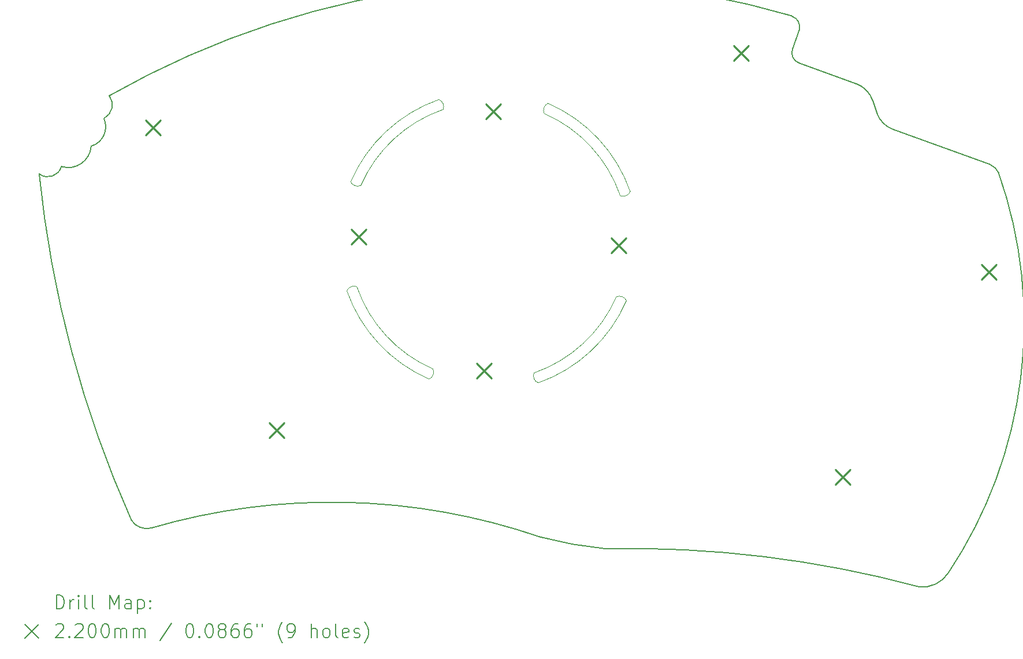
<source format=gbr>
%TF.GenerationSoftware,KiCad,Pcbnew,7.0.10*%
%TF.CreationDate,2024-03-18T13:49:35+01:00*%
%TF.ProjectId,chew_v1_backplate,63686577-5f76-4315-9f62-61636b706c61,rev?*%
%TF.SameCoordinates,Original*%
%TF.FileFunction,Drillmap*%
%TF.FilePolarity,Positive*%
%FSLAX45Y45*%
G04 Gerber Fmt 4.5, Leading zero omitted, Abs format (unit mm)*
G04 Created by KiCad (PCBNEW 7.0.10) date 2024-03-18 13:49:35*
%MOMM*%
%LPD*%
G01*
G04 APERTURE LIST*
%ADD10C,0.150000*%
%ADD11C,0.100000*%
%ADD12C,0.200000*%
%ADD13C,0.220000*%
G04 APERTURE END LIST*
D10*
X15504899Y-5923027D02*
G75*
G03*
X15397723Y-5726483I-154899J43027D01*
G01*
X5312275Y-7224654D02*
G75*
G03*
X5391575Y-6890467I-101551J200599D01*
G01*
X15504899Y-5923027D02*
X15404419Y-6209034D01*
X16581185Y-6963555D02*
X16638827Y-7136482D01*
X15404423Y-6209036D02*
G75*
G03*
X15500000Y-6410000I152307J-50774D01*
G01*
X4689725Y-7928054D02*
G75*
G03*
X5126176Y-7630017I100551J321343D01*
G01*
X17692528Y-13880975D02*
G75*
G03*
X18424349Y-8016206I-5506868J3665205D01*
G01*
X11706613Y-13359052D02*
G75*
G03*
X6004060Y-13228168I-3057297J-8910715D01*
G01*
X17263988Y-14090045D02*
G75*
G03*
X17692528Y-13880974I46902J447595D01*
G01*
X16881840Y-7385994D02*
X18307144Y-7903273D01*
X15500000Y-6410000D02*
X16338113Y-6714021D01*
X4364238Y-8036680D02*
G75*
G03*
X5717199Y-13115305I16449203J1662587D01*
G01*
X17263988Y-14090045D02*
G75*
G03*
X12656596Y-13530443I-4263988J-15859955D01*
G01*
X5717199Y-13115305D02*
G75*
G03*
X6004060Y-13228167I222801J145305D01*
G01*
X11706613Y-13359052D02*
G75*
G03*
X12656596Y-13530443I1493387J5559062D01*
G01*
X15399377Y-5720824D02*
G75*
G03*
X5391575Y-6890467I-3623836J-12393055D01*
G01*
X4364238Y-8036680D02*
G75*
G03*
X4689725Y-7928055I126015J164366D01*
G01*
X5126176Y-7630017D02*
G75*
G03*
X5313209Y-7226499I-83294J283712D01*
G01*
X16638826Y-7136482D02*
G75*
G03*
X16881840Y-7385994I379474J126493D01*
G01*
X16581186Y-6963555D02*
G75*
G03*
X16338113Y-6714021I-379476J-126495D01*
G01*
X18424349Y-8016206D02*
G75*
G03*
X18307144Y-7903273I-204349J-94794D01*
G01*
D11*
X10222515Y-6946490D02*
G75*
G03*
X8929652Y-8152104I727969J-2076671D01*
G01*
X9019537Y-9689453D02*
G75*
G03*
X8873813Y-9751129I-42024J-103700D01*
G01*
X8929652Y-8152104D02*
G75*
G03*
X9077816Y-8207308I101684J46479D01*
G01*
X10284191Y-7092214D02*
G75*
G03*
X9077816Y-8207308I666292J-1930946D01*
G01*
X10284191Y-7092214D02*
G75*
G03*
X10222515Y-6946490I-103700J42024D01*
G01*
X8873813Y-9751129D02*
G75*
G03*
X10079427Y-11043992I2076671J727969D01*
G01*
X10079427Y-11043992D02*
G75*
G03*
X10134631Y-10895828I-46479J101684D01*
G01*
X9019537Y-9689453D02*
G75*
G03*
X10134631Y-10895828I1930946J666292D01*
G01*
X12881430Y-8356868D02*
G75*
G03*
X11766336Y-7150493I-1930946J-666293D01*
G01*
X11821540Y-7002329D02*
G75*
G03*
X11766336Y-7150493I46480J-101684D01*
G01*
X13027154Y-8295192D02*
G75*
G03*
X11821540Y-7002329I-2076671J-727969D01*
G01*
X11616781Y-10954109D02*
G75*
G03*
X11678452Y-11099831I103696J-42026D01*
G01*
X11616776Y-10954107D02*
G75*
G03*
X12823151Y-9839013I-666292J1930946D01*
G01*
X12971315Y-9894217D02*
G75*
G03*
X12823151Y-9839013I-101684J-46480D01*
G01*
X12881432Y-8356863D02*
G75*
G03*
X13027154Y-8295192I42026J103696D01*
G01*
X11678452Y-11099831D02*
G75*
G03*
X12971315Y-9894217I-727969J2076671D01*
G01*
D12*
D13*
X5922000Y-7252000D02*
X6142000Y-7472000D01*
X6142000Y-7252000D02*
X5922000Y-7472000D01*
X7736000Y-11683000D02*
X7956000Y-11903000D01*
X7956000Y-11683000D02*
X7736000Y-11903000D01*
X8936644Y-8846677D02*
X9156644Y-9066677D01*
X9156644Y-8846677D02*
X8936644Y-9066677D01*
X10774000Y-10817000D02*
X10994000Y-11037000D01*
X10994000Y-10817000D02*
X10774000Y-11037000D01*
X10906967Y-7009321D02*
X11126967Y-7229321D01*
X11126967Y-7009321D02*
X10906967Y-7229321D01*
X12744323Y-8979644D02*
X12964323Y-9199644D01*
X12964323Y-8979644D02*
X12744323Y-9199644D01*
X14540000Y-6160000D02*
X14760000Y-6380000D01*
X14760000Y-6160000D02*
X14540000Y-6380000D01*
X16034000Y-12371000D02*
X16254000Y-12591000D01*
X16254000Y-12371000D02*
X16034000Y-12591000D01*
X18172000Y-9369000D02*
X18392000Y-9589000D01*
X18392000Y-9369000D02*
X18172000Y-9589000D01*
D12*
X4617515Y-14411480D02*
X4617515Y-14211480D01*
X4617515Y-14211480D02*
X4665134Y-14211480D01*
X4665134Y-14211480D02*
X4693705Y-14221004D01*
X4693705Y-14221004D02*
X4712753Y-14240051D01*
X4712753Y-14240051D02*
X4722277Y-14259099D01*
X4722277Y-14259099D02*
X4731800Y-14297194D01*
X4731800Y-14297194D02*
X4731800Y-14325765D01*
X4731800Y-14325765D02*
X4722277Y-14363861D01*
X4722277Y-14363861D02*
X4712753Y-14382908D01*
X4712753Y-14382908D02*
X4693705Y-14401956D01*
X4693705Y-14401956D02*
X4665134Y-14411480D01*
X4665134Y-14411480D02*
X4617515Y-14411480D01*
X4817515Y-14411480D02*
X4817515Y-14278146D01*
X4817515Y-14316242D02*
X4827039Y-14297194D01*
X4827039Y-14297194D02*
X4836562Y-14287670D01*
X4836562Y-14287670D02*
X4855610Y-14278146D01*
X4855610Y-14278146D02*
X4874658Y-14278146D01*
X4941324Y-14411480D02*
X4941324Y-14278146D01*
X4941324Y-14211480D02*
X4931800Y-14221004D01*
X4931800Y-14221004D02*
X4941324Y-14230527D01*
X4941324Y-14230527D02*
X4950848Y-14221004D01*
X4950848Y-14221004D02*
X4941324Y-14211480D01*
X4941324Y-14211480D02*
X4941324Y-14230527D01*
X5065134Y-14411480D02*
X5046086Y-14401956D01*
X5046086Y-14401956D02*
X5036562Y-14382908D01*
X5036562Y-14382908D02*
X5036562Y-14211480D01*
X5169896Y-14411480D02*
X5150848Y-14401956D01*
X5150848Y-14401956D02*
X5141324Y-14382908D01*
X5141324Y-14382908D02*
X5141324Y-14211480D01*
X5398467Y-14411480D02*
X5398467Y-14211480D01*
X5398467Y-14211480D02*
X5465134Y-14354337D01*
X5465134Y-14354337D02*
X5531800Y-14211480D01*
X5531800Y-14211480D02*
X5531800Y-14411480D01*
X5712753Y-14411480D02*
X5712753Y-14306718D01*
X5712753Y-14306718D02*
X5703229Y-14287670D01*
X5703229Y-14287670D02*
X5684181Y-14278146D01*
X5684181Y-14278146D02*
X5646086Y-14278146D01*
X5646086Y-14278146D02*
X5627038Y-14287670D01*
X5712753Y-14401956D02*
X5693705Y-14411480D01*
X5693705Y-14411480D02*
X5646086Y-14411480D01*
X5646086Y-14411480D02*
X5627038Y-14401956D01*
X5627038Y-14401956D02*
X5617515Y-14382908D01*
X5617515Y-14382908D02*
X5617515Y-14363861D01*
X5617515Y-14363861D02*
X5627038Y-14344813D01*
X5627038Y-14344813D02*
X5646086Y-14335289D01*
X5646086Y-14335289D02*
X5693705Y-14335289D01*
X5693705Y-14335289D02*
X5712753Y-14325765D01*
X5807991Y-14278146D02*
X5807991Y-14478146D01*
X5807991Y-14287670D02*
X5827038Y-14278146D01*
X5827038Y-14278146D02*
X5865134Y-14278146D01*
X5865134Y-14278146D02*
X5884181Y-14287670D01*
X5884181Y-14287670D02*
X5893705Y-14297194D01*
X5893705Y-14297194D02*
X5903229Y-14316242D01*
X5903229Y-14316242D02*
X5903229Y-14373384D01*
X5903229Y-14373384D02*
X5893705Y-14392432D01*
X5893705Y-14392432D02*
X5884181Y-14401956D01*
X5884181Y-14401956D02*
X5865134Y-14411480D01*
X5865134Y-14411480D02*
X5827038Y-14411480D01*
X5827038Y-14411480D02*
X5807991Y-14401956D01*
X5988943Y-14392432D02*
X5998467Y-14401956D01*
X5998467Y-14401956D02*
X5988943Y-14411480D01*
X5988943Y-14411480D02*
X5979419Y-14401956D01*
X5979419Y-14401956D02*
X5988943Y-14392432D01*
X5988943Y-14392432D02*
X5988943Y-14411480D01*
X5988943Y-14287670D02*
X5998467Y-14297194D01*
X5998467Y-14297194D02*
X5988943Y-14306718D01*
X5988943Y-14306718D02*
X5979419Y-14297194D01*
X5979419Y-14297194D02*
X5988943Y-14287670D01*
X5988943Y-14287670D02*
X5988943Y-14306718D01*
X4156738Y-14639996D02*
X4356738Y-14839996D01*
X4356738Y-14639996D02*
X4156738Y-14839996D01*
X4607991Y-14650527D02*
X4617515Y-14641004D01*
X4617515Y-14641004D02*
X4636562Y-14631480D01*
X4636562Y-14631480D02*
X4684181Y-14631480D01*
X4684181Y-14631480D02*
X4703229Y-14641004D01*
X4703229Y-14641004D02*
X4712753Y-14650527D01*
X4712753Y-14650527D02*
X4722277Y-14669575D01*
X4722277Y-14669575D02*
X4722277Y-14688623D01*
X4722277Y-14688623D02*
X4712753Y-14717194D01*
X4712753Y-14717194D02*
X4598467Y-14831480D01*
X4598467Y-14831480D02*
X4722277Y-14831480D01*
X4807991Y-14812432D02*
X4817515Y-14821956D01*
X4817515Y-14821956D02*
X4807991Y-14831480D01*
X4807991Y-14831480D02*
X4798467Y-14821956D01*
X4798467Y-14821956D02*
X4807991Y-14812432D01*
X4807991Y-14812432D02*
X4807991Y-14831480D01*
X4893705Y-14650527D02*
X4903229Y-14641004D01*
X4903229Y-14641004D02*
X4922277Y-14631480D01*
X4922277Y-14631480D02*
X4969896Y-14631480D01*
X4969896Y-14631480D02*
X4988943Y-14641004D01*
X4988943Y-14641004D02*
X4998467Y-14650527D01*
X4998467Y-14650527D02*
X5007991Y-14669575D01*
X5007991Y-14669575D02*
X5007991Y-14688623D01*
X5007991Y-14688623D02*
X4998467Y-14717194D01*
X4998467Y-14717194D02*
X4884181Y-14831480D01*
X4884181Y-14831480D02*
X5007991Y-14831480D01*
X5131800Y-14631480D02*
X5150848Y-14631480D01*
X5150848Y-14631480D02*
X5169896Y-14641004D01*
X5169896Y-14641004D02*
X5179420Y-14650527D01*
X5179420Y-14650527D02*
X5188943Y-14669575D01*
X5188943Y-14669575D02*
X5198467Y-14707670D01*
X5198467Y-14707670D02*
X5198467Y-14755289D01*
X5198467Y-14755289D02*
X5188943Y-14793384D01*
X5188943Y-14793384D02*
X5179420Y-14812432D01*
X5179420Y-14812432D02*
X5169896Y-14821956D01*
X5169896Y-14821956D02*
X5150848Y-14831480D01*
X5150848Y-14831480D02*
X5131800Y-14831480D01*
X5131800Y-14831480D02*
X5112753Y-14821956D01*
X5112753Y-14821956D02*
X5103229Y-14812432D01*
X5103229Y-14812432D02*
X5093705Y-14793384D01*
X5093705Y-14793384D02*
X5084181Y-14755289D01*
X5084181Y-14755289D02*
X5084181Y-14707670D01*
X5084181Y-14707670D02*
X5093705Y-14669575D01*
X5093705Y-14669575D02*
X5103229Y-14650527D01*
X5103229Y-14650527D02*
X5112753Y-14641004D01*
X5112753Y-14641004D02*
X5131800Y-14631480D01*
X5322277Y-14631480D02*
X5341324Y-14631480D01*
X5341324Y-14631480D02*
X5360372Y-14641004D01*
X5360372Y-14641004D02*
X5369896Y-14650527D01*
X5369896Y-14650527D02*
X5379420Y-14669575D01*
X5379420Y-14669575D02*
X5388943Y-14707670D01*
X5388943Y-14707670D02*
X5388943Y-14755289D01*
X5388943Y-14755289D02*
X5379420Y-14793384D01*
X5379420Y-14793384D02*
X5369896Y-14812432D01*
X5369896Y-14812432D02*
X5360372Y-14821956D01*
X5360372Y-14821956D02*
X5341324Y-14831480D01*
X5341324Y-14831480D02*
X5322277Y-14831480D01*
X5322277Y-14831480D02*
X5303229Y-14821956D01*
X5303229Y-14821956D02*
X5293705Y-14812432D01*
X5293705Y-14812432D02*
X5284181Y-14793384D01*
X5284181Y-14793384D02*
X5274658Y-14755289D01*
X5274658Y-14755289D02*
X5274658Y-14707670D01*
X5274658Y-14707670D02*
X5284181Y-14669575D01*
X5284181Y-14669575D02*
X5293705Y-14650527D01*
X5293705Y-14650527D02*
X5303229Y-14641004D01*
X5303229Y-14641004D02*
X5322277Y-14631480D01*
X5474658Y-14831480D02*
X5474658Y-14698146D01*
X5474658Y-14717194D02*
X5484181Y-14707670D01*
X5484181Y-14707670D02*
X5503229Y-14698146D01*
X5503229Y-14698146D02*
X5531801Y-14698146D01*
X5531801Y-14698146D02*
X5550848Y-14707670D01*
X5550848Y-14707670D02*
X5560372Y-14726718D01*
X5560372Y-14726718D02*
X5560372Y-14831480D01*
X5560372Y-14726718D02*
X5569896Y-14707670D01*
X5569896Y-14707670D02*
X5588943Y-14698146D01*
X5588943Y-14698146D02*
X5617515Y-14698146D01*
X5617515Y-14698146D02*
X5636562Y-14707670D01*
X5636562Y-14707670D02*
X5646086Y-14726718D01*
X5646086Y-14726718D02*
X5646086Y-14831480D01*
X5741324Y-14831480D02*
X5741324Y-14698146D01*
X5741324Y-14717194D02*
X5750848Y-14707670D01*
X5750848Y-14707670D02*
X5769896Y-14698146D01*
X5769896Y-14698146D02*
X5798467Y-14698146D01*
X5798467Y-14698146D02*
X5817515Y-14707670D01*
X5817515Y-14707670D02*
X5827039Y-14726718D01*
X5827039Y-14726718D02*
X5827039Y-14831480D01*
X5827039Y-14726718D02*
X5836562Y-14707670D01*
X5836562Y-14707670D02*
X5855610Y-14698146D01*
X5855610Y-14698146D02*
X5884181Y-14698146D01*
X5884181Y-14698146D02*
X5903229Y-14707670D01*
X5903229Y-14707670D02*
X5912753Y-14726718D01*
X5912753Y-14726718D02*
X5912753Y-14831480D01*
X6303229Y-14621956D02*
X6131801Y-14879099D01*
X6560372Y-14631480D02*
X6579420Y-14631480D01*
X6579420Y-14631480D02*
X6598467Y-14641004D01*
X6598467Y-14641004D02*
X6607991Y-14650527D01*
X6607991Y-14650527D02*
X6617515Y-14669575D01*
X6617515Y-14669575D02*
X6627039Y-14707670D01*
X6627039Y-14707670D02*
X6627039Y-14755289D01*
X6627039Y-14755289D02*
X6617515Y-14793384D01*
X6617515Y-14793384D02*
X6607991Y-14812432D01*
X6607991Y-14812432D02*
X6598467Y-14821956D01*
X6598467Y-14821956D02*
X6579420Y-14831480D01*
X6579420Y-14831480D02*
X6560372Y-14831480D01*
X6560372Y-14831480D02*
X6541324Y-14821956D01*
X6541324Y-14821956D02*
X6531801Y-14812432D01*
X6531801Y-14812432D02*
X6522277Y-14793384D01*
X6522277Y-14793384D02*
X6512753Y-14755289D01*
X6512753Y-14755289D02*
X6512753Y-14707670D01*
X6512753Y-14707670D02*
X6522277Y-14669575D01*
X6522277Y-14669575D02*
X6531801Y-14650527D01*
X6531801Y-14650527D02*
X6541324Y-14641004D01*
X6541324Y-14641004D02*
X6560372Y-14631480D01*
X6712753Y-14812432D02*
X6722277Y-14821956D01*
X6722277Y-14821956D02*
X6712753Y-14831480D01*
X6712753Y-14831480D02*
X6703229Y-14821956D01*
X6703229Y-14821956D02*
X6712753Y-14812432D01*
X6712753Y-14812432D02*
X6712753Y-14831480D01*
X6846086Y-14631480D02*
X6865134Y-14631480D01*
X6865134Y-14631480D02*
X6884182Y-14641004D01*
X6884182Y-14641004D02*
X6893705Y-14650527D01*
X6893705Y-14650527D02*
X6903229Y-14669575D01*
X6903229Y-14669575D02*
X6912753Y-14707670D01*
X6912753Y-14707670D02*
X6912753Y-14755289D01*
X6912753Y-14755289D02*
X6903229Y-14793384D01*
X6903229Y-14793384D02*
X6893705Y-14812432D01*
X6893705Y-14812432D02*
X6884182Y-14821956D01*
X6884182Y-14821956D02*
X6865134Y-14831480D01*
X6865134Y-14831480D02*
X6846086Y-14831480D01*
X6846086Y-14831480D02*
X6827039Y-14821956D01*
X6827039Y-14821956D02*
X6817515Y-14812432D01*
X6817515Y-14812432D02*
X6807991Y-14793384D01*
X6807991Y-14793384D02*
X6798467Y-14755289D01*
X6798467Y-14755289D02*
X6798467Y-14707670D01*
X6798467Y-14707670D02*
X6807991Y-14669575D01*
X6807991Y-14669575D02*
X6817515Y-14650527D01*
X6817515Y-14650527D02*
X6827039Y-14641004D01*
X6827039Y-14641004D02*
X6846086Y-14631480D01*
X7027039Y-14717194D02*
X7007991Y-14707670D01*
X7007991Y-14707670D02*
X6998467Y-14698146D01*
X6998467Y-14698146D02*
X6988943Y-14679099D01*
X6988943Y-14679099D02*
X6988943Y-14669575D01*
X6988943Y-14669575D02*
X6998467Y-14650527D01*
X6998467Y-14650527D02*
X7007991Y-14641004D01*
X7007991Y-14641004D02*
X7027039Y-14631480D01*
X7027039Y-14631480D02*
X7065134Y-14631480D01*
X7065134Y-14631480D02*
X7084182Y-14641004D01*
X7084182Y-14641004D02*
X7093705Y-14650527D01*
X7093705Y-14650527D02*
X7103229Y-14669575D01*
X7103229Y-14669575D02*
X7103229Y-14679099D01*
X7103229Y-14679099D02*
X7093705Y-14698146D01*
X7093705Y-14698146D02*
X7084182Y-14707670D01*
X7084182Y-14707670D02*
X7065134Y-14717194D01*
X7065134Y-14717194D02*
X7027039Y-14717194D01*
X7027039Y-14717194D02*
X7007991Y-14726718D01*
X7007991Y-14726718D02*
X6998467Y-14736242D01*
X6998467Y-14736242D02*
X6988943Y-14755289D01*
X6988943Y-14755289D02*
X6988943Y-14793384D01*
X6988943Y-14793384D02*
X6998467Y-14812432D01*
X6998467Y-14812432D02*
X7007991Y-14821956D01*
X7007991Y-14821956D02*
X7027039Y-14831480D01*
X7027039Y-14831480D02*
X7065134Y-14831480D01*
X7065134Y-14831480D02*
X7084182Y-14821956D01*
X7084182Y-14821956D02*
X7093705Y-14812432D01*
X7093705Y-14812432D02*
X7103229Y-14793384D01*
X7103229Y-14793384D02*
X7103229Y-14755289D01*
X7103229Y-14755289D02*
X7093705Y-14736242D01*
X7093705Y-14736242D02*
X7084182Y-14726718D01*
X7084182Y-14726718D02*
X7065134Y-14717194D01*
X7274658Y-14631480D02*
X7236562Y-14631480D01*
X7236562Y-14631480D02*
X7217515Y-14641004D01*
X7217515Y-14641004D02*
X7207991Y-14650527D01*
X7207991Y-14650527D02*
X7188943Y-14679099D01*
X7188943Y-14679099D02*
X7179420Y-14717194D01*
X7179420Y-14717194D02*
X7179420Y-14793384D01*
X7179420Y-14793384D02*
X7188943Y-14812432D01*
X7188943Y-14812432D02*
X7198467Y-14821956D01*
X7198467Y-14821956D02*
X7217515Y-14831480D01*
X7217515Y-14831480D02*
X7255610Y-14831480D01*
X7255610Y-14831480D02*
X7274658Y-14821956D01*
X7274658Y-14821956D02*
X7284182Y-14812432D01*
X7284182Y-14812432D02*
X7293705Y-14793384D01*
X7293705Y-14793384D02*
X7293705Y-14745765D01*
X7293705Y-14745765D02*
X7284182Y-14726718D01*
X7284182Y-14726718D02*
X7274658Y-14717194D01*
X7274658Y-14717194D02*
X7255610Y-14707670D01*
X7255610Y-14707670D02*
X7217515Y-14707670D01*
X7217515Y-14707670D02*
X7198467Y-14717194D01*
X7198467Y-14717194D02*
X7188943Y-14726718D01*
X7188943Y-14726718D02*
X7179420Y-14745765D01*
X7465134Y-14631480D02*
X7427039Y-14631480D01*
X7427039Y-14631480D02*
X7407991Y-14641004D01*
X7407991Y-14641004D02*
X7398467Y-14650527D01*
X7398467Y-14650527D02*
X7379420Y-14679099D01*
X7379420Y-14679099D02*
X7369896Y-14717194D01*
X7369896Y-14717194D02*
X7369896Y-14793384D01*
X7369896Y-14793384D02*
X7379420Y-14812432D01*
X7379420Y-14812432D02*
X7388943Y-14821956D01*
X7388943Y-14821956D02*
X7407991Y-14831480D01*
X7407991Y-14831480D02*
X7446086Y-14831480D01*
X7446086Y-14831480D02*
X7465134Y-14821956D01*
X7465134Y-14821956D02*
X7474658Y-14812432D01*
X7474658Y-14812432D02*
X7484182Y-14793384D01*
X7484182Y-14793384D02*
X7484182Y-14745765D01*
X7484182Y-14745765D02*
X7474658Y-14726718D01*
X7474658Y-14726718D02*
X7465134Y-14717194D01*
X7465134Y-14717194D02*
X7446086Y-14707670D01*
X7446086Y-14707670D02*
X7407991Y-14707670D01*
X7407991Y-14707670D02*
X7388943Y-14717194D01*
X7388943Y-14717194D02*
X7379420Y-14726718D01*
X7379420Y-14726718D02*
X7369896Y-14745765D01*
X7560372Y-14631480D02*
X7560372Y-14669575D01*
X7636563Y-14631480D02*
X7636563Y-14669575D01*
X7931801Y-14907670D02*
X7922277Y-14898146D01*
X7922277Y-14898146D02*
X7903229Y-14869575D01*
X7903229Y-14869575D02*
X7893705Y-14850527D01*
X7893705Y-14850527D02*
X7884182Y-14821956D01*
X7884182Y-14821956D02*
X7874658Y-14774337D01*
X7874658Y-14774337D02*
X7874658Y-14736242D01*
X7874658Y-14736242D02*
X7884182Y-14688623D01*
X7884182Y-14688623D02*
X7893705Y-14660051D01*
X7893705Y-14660051D02*
X7903229Y-14641004D01*
X7903229Y-14641004D02*
X7922277Y-14612432D01*
X7922277Y-14612432D02*
X7931801Y-14602908D01*
X8017515Y-14831480D02*
X8055610Y-14831480D01*
X8055610Y-14831480D02*
X8074658Y-14821956D01*
X8074658Y-14821956D02*
X8084182Y-14812432D01*
X8084182Y-14812432D02*
X8103229Y-14783861D01*
X8103229Y-14783861D02*
X8112753Y-14745765D01*
X8112753Y-14745765D02*
X8112753Y-14669575D01*
X8112753Y-14669575D02*
X8103229Y-14650527D01*
X8103229Y-14650527D02*
X8093705Y-14641004D01*
X8093705Y-14641004D02*
X8074658Y-14631480D01*
X8074658Y-14631480D02*
X8036563Y-14631480D01*
X8036563Y-14631480D02*
X8017515Y-14641004D01*
X8017515Y-14641004D02*
X8007991Y-14650527D01*
X8007991Y-14650527D02*
X7998467Y-14669575D01*
X7998467Y-14669575D02*
X7998467Y-14717194D01*
X7998467Y-14717194D02*
X8007991Y-14736242D01*
X8007991Y-14736242D02*
X8017515Y-14745765D01*
X8017515Y-14745765D02*
X8036563Y-14755289D01*
X8036563Y-14755289D02*
X8074658Y-14755289D01*
X8074658Y-14755289D02*
X8093705Y-14745765D01*
X8093705Y-14745765D02*
X8103229Y-14736242D01*
X8103229Y-14736242D02*
X8112753Y-14717194D01*
X8350848Y-14831480D02*
X8350848Y-14631480D01*
X8436563Y-14831480D02*
X8436563Y-14726718D01*
X8436563Y-14726718D02*
X8427039Y-14707670D01*
X8427039Y-14707670D02*
X8407991Y-14698146D01*
X8407991Y-14698146D02*
X8379420Y-14698146D01*
X8379420Y-14698146D02*
X8360372Y-14707670D01*
X8360372Y-14707670D02*
X8350848Y-14717194D01*
X8560372Y-14831480D02*
X8541325Y-14821956D01*
X8541325Y-14821956D02*
X8531801Y-14812432D01*
X8531801Y-14812432D02*
X8522277Y-14793384D01*
X8522277Y-14793384D02*
X8522277Y-14736242D01*
X8522277Y-14736242D02*
X8531801Y-14717194D01*
X8531801Y-14717194D02*
X8541325Y-14707670D01*
X8541325Y-14707670D02*
X8560372Y-14698146D01*
X8560372Y-14698146D02*
X8588944Y-14698146D01*
X8588944Y-14698146D02*
X8607991Y-14707670D01*
X8607991Y-14707670D02*
X8617515Y-14717194D01*
X8617515Y-14717194D02*
X8627039Y-14736242D01*
X8627039Y-14736242D02*
X8627039Y-14793384D01*
X8627039Y-14793384D02*
X8617515Y-14812432D01*
X8617515Y-14812432D02*
X8607991Y-14821956D01*
X8607991Y-14821956D02*
X8588944Y-14831480D01*
X8588944Y-14831480D02*
X8560372Y-14831480D01*
X8741325Y-14831480D02*
X8722277Y-14821956D01*
X8722277Y-14821956D02*
X8712753Y-14802908D01*
X8712753Y-14802908D02*
X8712753Y-14631480D01*
X8893706Y-14821956D02*
X8874658Y-14831480D01*
X8874658Y-14831480D02*
X8836563Y-14831480D01*
X8836563Y-14831480D02*
X8817515Y-14821956D01*
X8817515Y-14821956D02*
X8807991Y-14802908D01*
X8807991Y-14802908D02*
X8807991Y-14726718D01*
X8807991Y-14726718D02*
X8817515Y-14707670D01*
X8817515Y-14707670D02*
X8836563Y-14698146D01*
X8836563Y-14698146D02*
X8874658Y-14698146D01*
X8874658Y-14698146D02*
X8893706Y-14707670D01*
X8893706Y-14707670D02*
X8903229Y-14726718D01*
X8903229Y-14726718D02*
X8903229Y-14745765D01*
X8903229Y-14745765D02*
X8807991Y-14764813D01*
X8979420Y-14821956D02*
X8998468Y-14831480D01*
X8998468Y-14831480D02*
X9036563Y-14831480D01*
X9036563Y-14831480D02*
X9055610Y-14821956D01*
X9055610Y-14821956D02*
X9065134Y-14802908D01*
X9065134Y-14802908D02*
X9065134Y-14793384D01*
X9065134Y-14793384D02*
X9055610Y-14774337D01*
X9055610Y-14774337D02*
X9036563Y-14764813D01*
X9036563Y-14764813D02*
X9007991Y-14764813D01*
X9007991Y-14764813D02*
X8988944Y-14755289D01*
X8988944Y-14755289D02*
X8979420Y-14736242D01*
X8979420Y-14736242D02*
X8979420Y-14726718D01*
X8979420Y-14726718D02*
X8988944Y-14707670D01*
X8988944Y-14707670D02*
X9007991Y-14698146D01*
X9007991Y-14698146D02*
X9036563Y-14698146D01*
X9036563Y-14698146D02*
X9055610Y-14707670D01*
X9131801Y-14907670D02*
X9141325Y-14898146D01*
X9141325Y-14898146D02*
X9160372Y-14869575D01*
X9160372Y-14869575D02*
X9169896Y-14850527D01*
X9169896Y-14850527D02*
X9179420Y-14821956D01*
X9179420Y-14821956D02*
X9188944Y-14774337D01*
X9188944Y-14774337D02*
X9188944Y-14736242D01*
X9188944Y-14736242D02*
X9179420Y-14688623D01*
X9179420Y-14688623D02*
X9169896Y-14660051D01*
X9169896Y-14660051D02*
X9160372Y-14641004D01*
X9160372Y-14641004D02*
X9141325Y-14612432D01*
X9141325Y-14612432D02*
X9131801Y-14602908D01*
M02*

</source>
